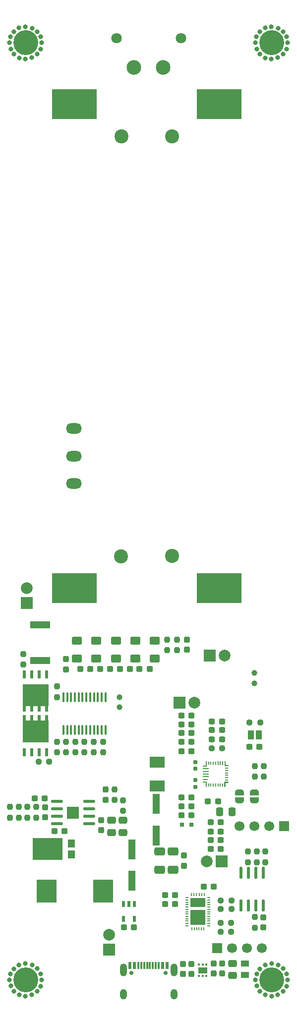
<source format=gts>
G04 #@! TF.GenerationSoftware,KiCad,Pcbnew,8.0.3*
G04 #@! TF.CreationDate,2025-04-07T19:30:46+02:00*
G04 #@! TF.ProjectId,TIDA-PowerPack,54494441-2d50-46f7-9765-725061636b2e,rev?*
G04 #@! TF.SameCoordinates,Original*
G04 #@! TF.FileFunction,Soldermask,Top*
G04 #@! TF.FilePolarity,Negative*
%FSLAX46Y46*%
G04 Gerber Fmt 4.6, Leading zero omitted, Abs format (unit mm)*
G04 Created by KiCad (PCBNEW 8.0.3) date 2025-04-07 19:30:46*
%MOMM*%
%LPD*%
G01*
G04 APERTURE LIST*
G04 Aperture macros list*
%AMRoundRect*
0 Rectangle with rounded corners*
0 $1 Rounding radius*
0 $2 $3 $4 $5 $6 $7 $8 $9 X,Y pos of 4 corners*
0 Add a 4 corners polygon primitive as box body*
4,1,4,$2,$3,$4,$5,$6,$7,$8,$9,$2,$3,0*
0 Add four circle primitives for the rounded corners*
1,1,$1+$1,$2,$3*
1,1,$1+$1,$4,$5*
1,1,$1+$1,$6,$7*
1,1,$1+$1,$8,$9*
0 Add four rect primitives between the rounded corners*
20,1,$1+$1,$2,$3,$4,$5,0*
20,1,$1+$1,$4,$5,$6,$7,0*
20,1,$1+$1,$6,$7,$8,$9,0*
20,1,$1+$1,$8,$9,$2,$3,0*%
%AMFreePoly0*
4,1,12,0.100003,0.550001,0.100000,-0.050001,0.050000,-0.100003,-0.800001,-0.100000,-0.849998,-0.050001,-0.849998,0.049999,-0.799998,0.099999,-0.100000,0.099999,-0.100000,0.550001,-0.050000,0.600001,0.050000,0.600001,0.100003,0.550001,0.100003,0.550001,$1*%
%AMFreePoly1*
4,1,12,0.100000,0.050001,0.100000,-0.550001,0.050000,-0.600001,-0.050000,-0.600001,-0.100000,-0.550001,-0.100000,-0.099999,-0.749998,-0.099999,-0.799998,-0.049999,-0.799998,0.050001,-0.750001,0.100000,0.050000,0.100000,0.100000,0.050001,0.100000,0.050001,$1*%
%AMFreePoly2*
4,1,12,0.750001,0.100000,0.799998,0.050001,0.799998,-0.049999,0.749998,-0.099999,0.100000,-0.099999,0.100000,-0.550001,0.050000,-0.599998,-0.050000,-0.600001,-0.100003,-0.550001,-0.100000,0.050001,-0.050000,0.100003,0.750001,0.100000,0.750001,0.100000,$1*%
%AMFreePoly3*
4,1,12,0.100000,0.550001,0.100000,0.099999,0.799998,0.099999,0.849998,0.049999,0.849998,-0.050001,0.800001,-0.100000,-0.050000,-0.100003,-0.100000,-0.050001,-0.100003,0.550001,-0.050000,0.600001,0.050000,0.600001,0.100000,0.550001,0.100000,0.550001,$1*%
%AMFreePoly4*
4,1,19,0.500000,-0.750000,0.000000,-0.750000,0.000000,-0.744911,-0.071157,-0.744911,-0.207708,-0.704816,-0.327430,-0.627875,-0.420627,-0.520320,-0.479746,-0.390866,-0.500000,-0.250000,-0.500000,0.250000,-0.479746,0.390866,-0.420627,0.520320,-0.327430,0.627875,-0.207708,0.704816,-0.071157,0.744911,0.000000,0.744911,0.000000,0.750000,0.500000,0.750000,0.500000,-0.750000,0.500000,-0.750000,
$1*%
%AMFreePoly5*
4,1,19,0.000000,0.744911,0.071157,0.744911,0.207708,0.704816,0.327430,0.627875,0.420627,0.520320,0.479746,0.390866,0.500000,0.250000,0.500000,-0.250000,0.479746,-0.390866,0.420627,-0.520320,0.327430,-0.627875,0.207708,-0.704816,0.071157,-0.744911,0.000000,-0.744911,0.000000,-0.750000,-0.500000,-0.750000,-0.500000,0.750000,0.000000,0.750000,0.000000,0.744911,0.000000,0.744911,
$1*%
G04 Aperture macros list end*
%ADD10C,0.000000*%
%ADD11RoundRect,0.250000X-0.625000X0.400000X-0.625000X-0.400000X0.625000X-0.400000X0.625000X0.400000X0*%
%ADD12RoundRect,0.237500X0.237500X-0.300000X0.237500X0.300000X-0.237500X0.300000X-0.237500X-0.300000X0*%
%ADD13RoundRect,0.250000X0.475000X-0.337500X0.475000X0.337500X-0.475000X0.337500X-0.475000X-0.337500X0*%
%ADD14RoundRect,0.237500X-0.237500X0.300000X-0.237500X-0.300000X0.237500X-0.300000X0.237500X0.300000X0*%
%ADD15C,1.000000*%
%ADD16C,4.249987*%
%ADD17C,0.800000*%
%ADD18RoundRect,0.237500X-0.300000X-0.237500X0.300000X-0.237500X0.300000X0.237500X-0.300000X0.237500X0*%
%ADD19RoundRect,0.237500X0.237500X-0.250000X0.237500X0.250000X-0.237500X0.250000X-0.237500X-0.250000X0*%
%ADD20RoundRect,0.237500X0.300000X0.237500X-0.300000X0.237500X-0.300000X-0.237500X0.300000X-0.237500X0*%
%ADD21R,3.500000X4.000000*%
%ADD22RoundRect,0.237500X-0.250000X-0.237500X0.250000X-0.237500X0.250000X0.237500X-0.250000X0.237500X0*%
%ADD23R,2.500000X1.900000*%
%ADD24R,0.800000X0.800000*%
%ADD25RoundRect,0.250000X-0.475000X0.337500X-0.475000X-0.337500X0.475000X-0.337500X0.475000X0.337500X0*%
%ADD26C,2.400000*%
%ADD27R,7.620000X5.080000*%
%ADD28R,1.200000X3.500000*%
%ADD29C,0.700000*%
%ADD30R,0.600000X1.300000*%
%ADD31R,0.300000X1.300000*%
%ADD32O,1.200000X2.200000*%
%ADD33O,1.200000X1.800000*%
%ADD34R,0.400000X0.450000*%
%ADD35R,1.600000X1.000000*%
%ADD36RoundRect,0.237500X0.250000X0.237500X-0.250000X0.237500X-0.250000X-0.237500X0.250000X-0.237500X0*%
%ADD37RoundRect,0.250000X-0.337500X-0.475000X0.337500X-0.475000X0.337500X0.475000X-0.337500X0.475000X0*%
%ADD38R,0.600000X1.000000*%
%ADD39R,2.000000X2.000000*%
%ADD40C,2.000000*%
%ADD41O,2.700000X1.800000*%
%ADD42RoundRect,0.250000X0.650000X-0.412500X0.650000X0.412500X-0.650000X0.412500X-0.650000X-0.412500X0*%
%ADD43R,1.000000X1.500000*%
%ADD44O,2.040000X0.570000*%
%ADD45RoundRect,0.237500X-0.237500X0.250000X-0.237500X-0.250000X0.237500X-0.250000X0.237500X0.250000X0*%
%ADD46R,3.460000X1.280000*%
%ADD47O,0.590000X2.050000*%
%ADD48R,0.610000X1.400000*%
%ADD49R,4.500000X3.810000*%
%ADD50R,1.700000X1.700000*%
%ADD51C,1.700000*%
%ADD52R,1.380000X1.130000*%
%ADD53FreePoly0,90.000000*%
%ADD54R,0.200000X0.599999*%
%ADD55FreePoly1,90.000000*%
%ADD56R,0.599999X0.200000*%
%ADD57FreePoly2,90.000000*%
%ADD58R,0.200000X0.700001*%
%ADD59R,0.200000X0.650001*%
%ADD60R,0.200000X0.680001*%
%ADD61FreePoly3,90.000000*%
%ADD62R,1.000000X0.200000*%
%ADD63R,0.950001X0.200000*%
%ADD64RoundRect,0.155000X0.155000X-0.212500X0.155000X0.212500X-0.155000X0.212500X-0.155000X-0.212500X0*%
%ADD65R,1.290000X1.420000*%
%ADD66R,5.200000X3.800000*%
%ADD67R,0.200000X0.600000*%
%ADD68R,0.600000X0.200000*%
%ADD69R,0.220000X0.600000*%
%ADD70R,2.650000X2.650000*%
%ADD71R,2.650000X1.530000*%
%ADD72C,2.500000*%
%ADD73C,1.800000*%
%ADD74O,0.360000X1.710000*%
%ADD75FreePoly4,90.000000*%
%ADD76FreePoly5,90.000000*%
G04 APERTURE END LIST*
D10*
G36*
X151950000Y-159449999D02*
G01*
X151950003Y-160300000D01*
X151900001Y-160350000D01*
X151299999Y-160350003D01*
X151249999Y-160300000D01*
X151249999Y-160200000D01*
X151299999Y-160150000D01*
X151750001Y-160150000D01*
X151750001Y-159450002D01*
X151800001Y-159400002D01*
X151900001Y-159400002D01*
X151950000Y-159449999D01*
G37*
G36*
X155650001Y-162950000D02*
G01*
X155650001Y-163050000D01*
X155600001Y-163100000D01*
X155149999Y-163100000D01*
X155149999Y-163749998D01*
X155099999Y-163799998D01*
X154999999Y-163799998D01*
X154950000Y-163750001D01*
X154950000Y-162950000D01*
X154999999Y-162900000D01*
X155600001Y-162900000D01*
X155650001Y-162950000D01*
G37*
D11*
X143020000Y-138800000D03*
X143020000Y-141900000D03*
D12*
X134675000Y-165987500D03*
X134675000Y-164262500D03*
D13*
X156350000Y-195987500D03*
X156350000Y-193912500D03*
D14*
X161620000Y-186037500D03*
X161620000Y-187762500D03*
D15*
X137050000Y-150150000D03*
X137050000Y-148450000D03*
D16*
X162999970Y-36752540D03*
D17*
X160246800Y-36750000D03*
X160450000Y-35708600D03*
X160475400Y-37791400D03*
X161008800Y-34845000D03*
X161034200Y-38705800D03*
X161897800Y-34210000D03*
X161948600Y-39315400D03*
X162990000Y-33981400D03*
X162990000Y-39518600D03*
X164082200Y-39290000D03*
X164133000Y-34235400D03*
X164971200Y-34819600D03*
X164971200Y-38705800D03*
X165555400Y-35734000D03*
X165555400Y-37842200D03*
X165733200Y-36750000D03*
D18*
X147587500Y-153100000D03*
X149312500Y-153100000D03*
D19*
X122825000Y-169025000D03*
X122825000Y-167200000D03*
D12*
X148075000Y-177250000D03*
X148075000Y-175525000D03*
D20*
X127687500Y-171375000D03*
X125962500Y-171375000D03*
D21*
X124625000Y-181575000D03*
X134225000Y-181575000D03*
D12*
X127900000Y-143712500D03*
X127900000Y-141987500D03*
D22*
X154307500Y-187000000D03*
X156132500Y-187000000D03*
D23*
X143450000Y-159550000D03*
X143450000Y-163650000D03*
D24*
X147700000Y-170200000D03*
X149300000Y-170200000D03*
D25*
X135675000Y-169487500D03*
X135675000Y-171562500D03*
D18*
X151402500Y-180850000D03*
X153127500Y-180850000D03*
X137772500Y-187750000D03*
X139497500Y-187750000D03*
D14*
X148520000Y-138667500D03*
X148520000Y-140392500D03*
D22*
X154307500Y-188500000D03*
X156132500Y-188500000D03*
D20*
X160925000Y-156925000D03*
X159200000Y-156925000D03*
D26*
X146050000Y-124340000D03*
D27*
X154050000Y-47190000D03*
X154050000Y-129810000D03*
D26*
X137350000Y-52720000D03*
D27*
X129350000Y-129870000D03*
X129350000Y-47250000D03*
D28*
X139125000Y-179845000D03*
X139125000Y-174505000D03*
D29*
X139110000Y-195530000D03*
X144890000Y-195530000D03*
D30*
X138800000Y-194290000D03*
X139600000Y-194290000D03*
D31*
X140750000Y-194290000D03*
X141750000Y-194290000D03*
X142250000Y-194290000D03*
X143250000Y-194290000D03*
D30*
X145200000Y-194290000D03*
X144400000Y-194290000D03*
D31*
X143750000Y-194290000D03*
X142750000Y-194290000D03*
X141250000Y-194290000D03*
X140250000Y-194290000D03*
D32*
X137680000Y-195030000D03*
D33*
X137680000Y-199210000D03*
D32*
X146320000Y-195030000D03*
D33*
X146320000Y-199210000D03*
D18*
X147587500Y-154600000D03*
X149312500Y-154600000D03*
D14*
X124325000Y-167250000D03*
X124325000Y-168975000D03*
D20*
X124287500Y-165712500D03*
X122562500Y-165712500D03*
D19*
X158970000Y-176662500D03*
X158970000Y-174837500D03*
D34*
X150587500Y-196090000D03*
X151237500Y-196090000D03*
X151887500Y-196090000D03*
X151887500Y-194130000D03*
X151237500Y-194130000D03*
X150587500Y-194130000D03*
D35*
X151237500Y-195110000D03*
D36*
X161075000Y-152825000D03*
X159250000Y-152825000D03*
D16*
X120999970Y-196752540D03*
D17*
X118246800Y-196750000D03*
X118450000Y-195708600D03*
X118475400Y-197791400D03*
X119008800Y-194845000D03*
X119034200Y-198705800D03*
X119897800Y-194210000D03*
X119948600Y-199315400D03*
X120990000Y-193981400D03*
X120990000Y-199518600D03*
X122082200Y-199290000D03*
X122133000Y-194235400D03*
X122971200Y-194819600D03*
X122971200Y-198705800D03*
X123555400Y-195734000D03*
X123555400Y-197842200D03*
X123733200Y-196750000D03*
D37*
X154162500Y-168050000D03*
X156237500Y-168050000D03*
D38*
X139585000Y-183750000D03*
X138635000Y-183750000D03*
X137685000Y-183750000D03*
X137685000Y-186350000D03*
X139585000Y-186350000D03*
D39*
X147300000Y-149450000D03*
D40*
X149840000Y-149450000D03*
D19*
X118325000Y-169025000D03*
X118325000Y-167200000D03*
D41*
X129260000Y-102600000D03*
X129260000Y-107300000D03*
X129260000Y-112000000D03*
D42*
X146175000Y-177937500D03*
X146175000Y-174812500D03*
D19*
X129505000Y-157912500D03*
X129505000Y-156087500D03*
D43*
X160812500Y-154925000D03*
X159512500Y-154925000D03*
D44*
X131895000Y-170105000D03*
X131895000Y-168825000D03*
X131895000Y-167565000D03*
X131895000Y-166295000D03*
X126355000Y-166295000D03*
X126355000Y-167565000D03*
X126355000Y-168825000D03*
X126355000Y-170105000D03*
D39*
X129125000Y-168195000D03*
D20*
X135472500Y-143660000D03*
X133747500Y-143660000D03*
D45*
X160180000Y-160217500D03*
X160180000Y-162042500D03*
D39*
X154520000Y-176500000D03*
D40*
X151980000Y-176500000D03*
D12*
X149350000Y-195712500D03*
X149350000Y-193987500D03*
D45*
X145130000Y-138617500D03*
X145130000Y-140442500D03*
D18*
X147587500Y-156100000D03*
X149312500Y-156100000D03*
X152587500Y-172900000D03*
X154312500Y-172900000D03*
D19*
X161970000Y-176662500D03*
X161970000Y-174837500D03*
D39*
X152455000Y-141400000D03*
D40*
X154995000Y-141400000D03*
D18*
X152587500Y-169850000D03*
X154312500Y-169850000D03*
D46*
X123485000Y-136100000D03*
X123485000Y-142240000D03*
D16*
X163009970Y-196752540D03*
D17*
X160256800Y-196750000D03*
X160460000Y-195708600D03*
X160485400Y-197791400D03*
X161018800Y-194845000D03*
X161044200Y-198705800D03*
X161907800Y-194210000D03*
X161958600Y-199315400D03*
X163000000Y-193981400D03*
X163000000Y-199518600D03*
X164092200Y-199290000D03*
X164143000Y-194235400D03*
X164981200Y-194819600D03*
X164981200Y-198705800D03*
X165565400Y-195734000D03*
X165565400Y-197842200D03*
X165743200Y-196750000D03*
D45*
X146825000Y-138617500D03*
X146825000Y-140442500D03*
D47*
X161630000Y-178480000D03*
X160350000Y-178480000D03*
X159090000Y-178480000D03*
X157820000Y-178480000D03*
X157820000Y-184020000D03*
X159090000Y-184020000D03*
X160350000Y-184020000D03*
X161630000Y-184020000D03*
D20*
X142172500Y-143630000D03*
X140447500Y-143630000D03*
X138822500Y-143650000D03*
X137097500Y-143650000D03*
D48*
X124635000Y-144590000D03*
X123365000Y-144590000D03*
X122085000Y-144590000D03*
X120815000Y-144590000D03*
X120815000Y-150230000D03*
X122085000Y-150230000D03*
X123365000Y-150230000D03*
X124635000Y-150230000D03*
D49*
X122725000Y-148120000D03*
D39*
X135270000Y-191580000D03*
D40*
X135270000Y-189040000D03*
D50*
X165170000Y-170500000D03*
D51*
X162630000Y-170500000D03*
X160090000Y-170500000D03*
X157550000Y-170500000D03*
D22*
X154330000Y-184650000D03*
X156155000Y-184650000D03*
D19*
X160470000Y-176662500D03*
X160470000Y-174837500D03*
D45*
X127935000Y-156087500D03*
X127935000Y-157912500D03*
D20*
X149312500Y-167100000D03*
X147587500Y-167100000D03*
D52*
X158500000Y-193930000D03*
X158500000Y-195870000D03*
D22*
X154330000Y-183150000D03*
X156155000Y-183150000D03*
D19*
X160120000Y-187812500D03*
X160120000Y-185987500D03*
D42*
X143875000Y-177937500D03*
X143875000Y-174812500D03*
D11*
X133105000Y-138800000D03*
X133105000Y-141900000D03*
X136410000Y-138800000D03*
X136410000Y-141900000D03*
D53*
X151850000Y-162950000D03*
D54*
X152250000Y-163499999D03*
X152649999Y-163499999D03*
X153050001Y-163499999D03*
X153450000Y-163499999D03*
X153849999Y-163499999D03*
X154250001Y-163499999D03*
X154650000Y-163499999D03*
D55*
X155050000Y-163000000D03*
D56*
X155349999Y-162600001D03*
X155349999Y-162199999D03*
X155349999Y-161800000D03*
X155349999Y-161400000D03*
X155349999Y-161000001D03*
X155349999Y-160599999D03*
D57*
X155050000Y-160200000D03*
D58*
X154650000Y-159750001D03*
D59*
X154249998Y-159725000D03*
D60*
X153849999Y-159740001D03*
D54*
X153450000Y-159700001D03*
X153050001Y-159700001D03*
X152649999Y-159700001D03*
X152250000Y-159700001D03*
D61*
X151850000Y-160250000D03*
D62*
X151750001Y-160699999D03*
X151750001Y-161150001D03*
X151750001Y-161600000D03*
X151750001Y-162049999D03*
D63*
X151725000Y-162500001D03*
D20*
X146542500Y-182260000D03*
X144817500Y-182260000D03*
D64*
X149975000Y-163767500D03*
X149975000Y-162632500D03*
D36*
X125027500Y-159470000D03*
X123202500Y-159470000D03*
D45*
X136175000Y-164212500D03*
X136175000Y-166037500D03*
D22*
X152762500Y-157200000D03*
X154587500Y-157200000D03*
D45*
X119825000Y-167200000D03*
X119825000Y-169025000D03*
D19*
X121325000Y-169025000D03*
X121325000Y-167200000D03*
D50*
X153760000Y-191300000D03*
D51*
X156300000Y-191300000D03*
X158840000Y-191300000D03*
X161380000Y-191300000D03*
D11*
X129800000Y-138800000D03*
X129800000Y-141900000D03*
D18*
X147587500Y-151600000D03*
X149312500Y-151600000D03*
D39*
X121200000Y-132390000D03*
D40*
X121200000Y-129850000D03*
D65*
X128825000Y-173442500D03*
D66*
X124725000Y-174362500D03*
D65*
X128825000Y-175282500D03*
D20*
X149312500Y-168600000D03*
X147587500Y-168600000D03*
X146542500Y-183770000D03*
X144817500Y-183770000D03*
D11*
X139715000Y-138800000D03*
X139715000Y-141900000D03*
D45*
X126365000Y-156087500D03*
X126365000Y-157912500D03*
D19*
X161700000Y-162042500D03*
X161700000Y-160217500D03*
D28*
X143330000Y-166720000D03*
X143330000Y-172060000D03*
D64*
X150000000Y-160667500D03*
X150000000Y-159532500D03*
D16*
X120999970Y-36752540D03*
D17*
X118246800Y-36750000D03*
X118450000Y-35708600D03*
X118475400Y-37791400D03*
X119008800Y-34845000D03*
X119034200Y-38705800D03*
X119897800Y-34210000D03*
X119948600Y-39315400D03*
X120990000Y-33981400D03*
X120990000Y-39518600D03*
X122082200Y-39290000D03*
X122133000Y-34235400D03*
X122971200Y-34819600D03*
X122971200Y-38705800D03*
X123555400Y-35734000D03*
X123555400Y-37842200D03*
X123733200Y-36750000D03*
D45*
X137675000Y-166062500D03*
X137675000Y-167887500D03*
D18*
X152137500Y-166300000D03*
X153862500Y-166300000D03*
X152812500Y-152600000D03*
X154537500Y-152600000D03*
D12*
X147850000Y-195712500D03*
X147850000Y-193987500D03*
D67*
X149420000Y-188000000D03*
X149820000Y-188000000D03*
X150220000Y-188000000D03*
X150620000Y-188000000D03*
X151020000Y-188000000D03*
X151420000Y-188000000D03*
D68*
X152320000Y-187500000D03*
X152320000Y-187100000D03*
X152320000Y-186700000D03*
X152320000Y-186300000D03*
X152320000Y-185900000D03*
X152320000Y-185500000D03*
X152320000Y-185100000D03*
X152320000Y-184700000D03*
X152320000Y-184300000D03*
X152320000Y-183900000D03*
X152320000Y-183500000D03*
X152320000Y-183100000D03*
X152320000Y-182700000D03*
D69*
X151540000Y-182200000D03*
X151100000Y-182200000D03*
X150640000Y-182200000D03*
X150200000Y-182200000D03*
X149740000Y-182200000D03*
X149300000Y-182200000D03*
D68*
X148520000Y-182700000D03*
X148520000Y-183100000D03*
X148520000Y-183500000D03*
X148520000Y-183900000D03*
X148520000Y-184300000D03*
X148520000Y-184700000D03*
X148520000Y-185100000D03*
X148520000Y-185500000D03*
X148520000Y-185900000D03*
X148520000Y-186300000D03*
X148520000Y-186700000D03*
X148520000Y-187100000D03*
X148520000Y-187500000D03*
D70*
X150420000Y-186060000D03*
D71*
X150420000Y-183540000D03*
D20*
X132082500Y-143650000D03*
X130357500Y-143650000D03*
D72*
X144500000Y-40987500D03*
X139500000Y-40987500D03*
D73*
X136500000Y-35987500D03*
X147500000Y-35987500D03*
D12*
X154600000Y-195662500D03*
X154600000Y-193937500D03*
D19*
X120595000Y-142922500D03*
X120595000Y-141097500D03*
D18*
X152587500Y-174400000D03*
X154312500Y-174400000D03*
D45*
X134265000Y-156087500D03*
X134265000Y-157912500D03*
D15*
X160060000Y-144370000D03*
X160060000Y-146070000D03*
D45*
X132655000Y-156090000D03*
X132655000Y-157915000D03*
D19*
X126365000Y-148462500D03*
X126365000Y-146637500D03*
D12*
X153100000Y-195675000D03*
X153100000Y-193950000D03*
D18*
X147587500Y-157700000D03*
X149312500Y-157700000D03*
D74*
X134635000Y-148470000D03*
X133985000Y-148470000D03*
X133335000Y-148470000D03*
X132685000Y-148470000D03*
X132035000Y-148470000D03*
X131385000Y-148470000D03*
X130725000Y-148470000D03*
X130075000Y-148470000D03*
X129425000Y-148470000D03*
X128775000Y-148470000D03*
X128125000Y-148470000D03*
X127475000Y-148470000D03*
X127475000Y-154030000D03*
X128125000Y-154030000D03*
X128775000Y-154030000D03*
X129425000Y-154030000D03*
X130075000Y-154030000D03*
X130725000Y-154030000D03*
X131385000Y-154030000D03*
X132035000Y-154030000D03*
X132685000Y-154030000D03*
X133335000Y-154030000D03*
X133985000Y-154030000D03*
X134635000Y-154030000D03*
D19*
X131055000Y-157912500D03*
X131055000Y-156087500D03*
D75*
X160050000Y-166050000D03*
D76*
X160050000Y-164750000D03*
D18*
X152812500Y-154100000D03*
X154537500Y-154100000D03*
D14*
X133925000Y-169437500D03*
X133925000Y-171162500D03*
D75*
X157550000Y-166050000D03*
D76*
X157550000Y-164750000D03*
D25*
X137675000Y-169487500D03*
X137675000Y-171562500D03*
D18*
X152625000Y-171400000D03*
X154350000Y-171400000D03*
D48*
X120815000Y-157860000D03*
X122085000Y-157860000D03*
X123365000Y-157860000D03*
X124635000Y-157860000D03*
X124635000Y-152220000D03*
X123365000Y-152220000D03*
X122085000Y-152220000D03*
X120815000Y-152220000D03*
D49*
X122725000Y-154330000D03*
D20*
X149312500Y-165600000D03*
X147587500Y-165600000D03*
D18*
X152812500Y-155700000D03*
X154537500Y-155700000D03*
D26*
X137300000Y-124430000D03*
X146000000Y-52750000D03*
M02*

</source>
